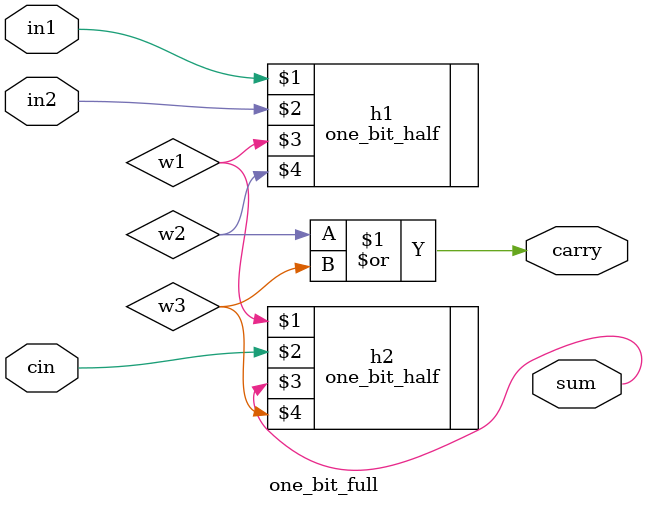
<source format=v>
`timescale 1ns / 1ps


module one_bit_full(
    input in1,
    input in2,
    input cin,
    output sum,
    output carry
    );
    
    wire w1,w2,w3;
    
    one_bit_half h1(in1, in2, w1, w2);
    one_bit_half h2(w1,cin,sum,w3);
    or G1(carry, w2, w3);
    
endmodule

</source>
